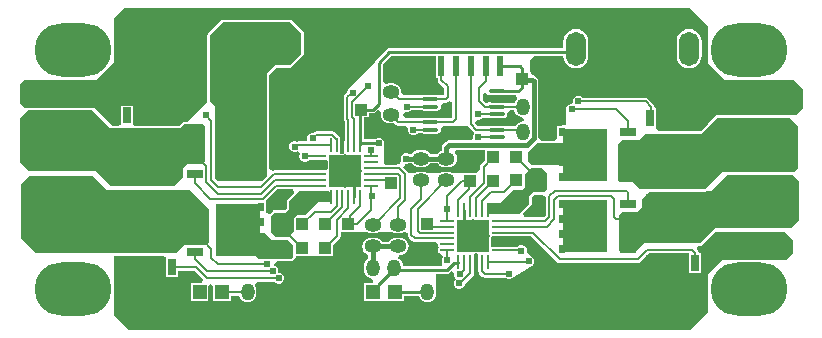
<source format=gtl>
G04*
G04 #@! TF.GenerationSoftware,Altium Limited,Altium Designer,22.7.1 (60)*
G04*
G04 Layer_Physical_Order=1*
G04 Layer_Color=255*
%FSLAX25Y25*%
%MOIN*%
G70*
G04*
G04 #@! TF.SameCoordinates,D5FD8CF7-689A-4CA3-A305-E5C997A2AED7*
G04*
G04*
G04 #@! TF.FilePolarity,Positive*
G04*
G01*
G75*
%ADD10C,0.01000*%
%ADD25R,0.03937X0.11024*%
%ADD26R,0.02362X0.06693*%
%ADD27O,0.00945X0.04724*%
%ADD28O,0.04724X0.00945*%
%ADD29O,0.05906X0.01378*%
%ADD30R,0.05906X0.01378*%
%ADD31O,0.04528X0.05709*%
%ADD32O,0.05709X0.04528*%
%ADD33R,0.04724X0.04724*%
%ADD34R,0.02756X0.03543*%
%ADD35R,0.03937X0.03937*%
%ADD36R,0.03937X0.03937*%
%ADD37R,0.11811X0.04724*%
%ADD63R,0.11024X0.11024*%
%ADD64R,0.02795X0.05402*%
%ADD65R,0.02795X0.02323*%
%ADD66R,0.05402X0.02795*%
%ADD67R,0.02323X0.02795*%
%ADD68C,0.00800*%
%ADD69C,0.02000*%
%ADD70C,0.01500*%
%ADD71R,0.17795X0.15158*%
%ADD72R,0.15158X0.17795*%
%ADD73O,0.11811X0.07874*%
%ADD74O,0.06693X0.11417*%
%ADD75P,0.08523X8X292.5*%
%ADD76O,0.25591X0.17717*%
%ADD77C,0.02400*%
%ADD78C,0.02000*%
G36*
X229400Y101200D02*
Y95209D01*
X229232Y93504D01*
X229400Y91798D01*
Y89200D01*
X235000Y83600D01*
X257800D01*
X260900Y80500D01*
Y73900D01*
X258800Y71800D01*
X232347D01*
X231823Y71277D01*
X231823Y71277D01*
X231823Y71277D01*
X229400Y68853D01*
Y68853D01*
X226962Y66416D01*
X213046D01*
X212351Y67111D01*
X212198Y67399D01*
Y68599D01*
X212198Y72801D01*
X212198Y73740D01*
X212198Y74001D01*
X212003D01*
X211512Y74656D01*
X211430Y75068D01*
X211165Y75465D01*
X209465Y77165D01*
X209068Y77430D01*
X208600Y77523D01*
X187522D01*
X187220Y77826D01*
X186558Y78100D01*
X185842D01*
X185180Y77826D01*
X184674Y77320D01*
X184400Y76658D01*
Y76609D01*
X184374Y75927D01*
X183642Y75500D01*
X182980Y75226D01*
X182474Y74720D01*
X182200Y74058D01*
Y74041D01*
X182200Y74041D01*
Y68313D01*
X180869D01*
X180557Y68251D01*
X180327Y68098D01*
X178978D01*
Y64222D01*
X178978Y64102D01*
X178221Y63216D01*
X173891D01*
X172852Y64081D01*
Y82958D01*
X172732Y83563D01*
X172389Y84076D01*
X171820Y84645D01*
X171308Y84988D01*
X171207Y85008D01*
X170681Y85154D01*
X170138Y86308D01*
X170161Y90192D01*
X171444Y91474D01*
X181129D01*
X181263Y90455D01*
X181681Y89447D01*
X182345Y88581D01*
X183211Y87916D01*
X184220Y87498D01*
X185302Y87356D01*
X186385Y87498D01*
X187394Y87916D01*
X188260Y88581D01*
X188924Y89447D01*
X189342Y90455D01*
X189485Y91538D01*
Y96262D01*
X189342Y97345D01*
X188924Y98353D01*
X188260Y99220D01*
X187394Y99884D01*
X186385Y100302D01*
X185302Y100444D01*
X184220Y100302D01*
X183211Y99884D01*
X182345Y99220D01*
X181681Y98353D01*
X181263Y97345D01*
X181120Y96262D01*
Y94125D01*
X123200D01*
X122693Y94025D01*
X122263Y93737D01*
X118663Y90137D01*
X118375Y89707D01*
X118274Y89200D01*
Y89146D01*
X109868Y80739D01*
X109361Y80232D01*
X109087Y79571D01*
Y79418D01*
X108303Y78634D01*
X108038Y78237D01*
X107945Y77768D01*
Y70555D01*
X108038Y70086D01*
X108261Y69753D01*
Y63164D01*
X108205Y63109D01*
Y59183D01*
X107922Y58900D01*
X107086D01*
X106809Y59177D01*
Y63146D01*
X106771Y63184D01*
Y63690D01*
X106678Y64159D01*
X106613Y64256D01*
X106605Y64293D01*
X106340Y64690D01*
X105941Y65089D01*
X105916Y65126D01*
X105054Y65989D01*
X104657Y66254D01*
X104189Y66347D01*
X98869D01*
X98400Y66254D01*
X98004Y65989D01*
X97776Y65761D01*
X97242D01*
X96580Y65487D01*
X96074Y64981D01*
X95800Y64319D01*
Y63603D01*
X95387Y62985D01*
X92583D01*
X92306Y62930D01*
X92002Y63056D01*
X91286D01*
X90625Y62782D01*
X90118Y62275D01*
X89844Y61614D01*
Y60898D01*
X90118Y60236D01*
X90625Y59730D01*
X91286Y59456D01*
X92002D01*
X92548Y59682D01*
X92812Y59493D01*
X92975Y59349D01*
X93397Y58833D01*
X93200Y58358D01*
Y57642D01*
X93474Y56980D01*
X93980Y56474D01*
X94642Y56200D01*
X95358D01*
X96020Y56474D01*
X96322Y56776D01*
X99817D01*
X99957Y56804D01*
X102304D01*
X102604Y56504D01*
Y53704D01*
X102200Y53300D01*
X100036D01*
X99839Y53339D01*
X99760Y53324D01*
X84675D01*
X84316Y53252D01*
X84128Y53280D01*
X83116Y53922D01*
X83116Y85262D01*
X85438Y87584D01*
X90000D01*
X90312Y87646D01*
X90577Y87823D01*
X90577Y87823D01*
X94377Y91623D01*
X94554Y91888D01*
X94616Y92200D01*
X94616Y92200D01*
Y99100D01*
X94616Y99100D01*
X94554Y99412D01*
X94377Y99677D01*
X94377Y99677D01*
X90777Y103277D01*
X90512Y103454D01*
X90200Y103516D01*
X90200Y103516D01*
X67600D01*
X67600Y103516D01*
X67288Y103454D01*
X67023Y103277D01*
X67023Y103277D01*
X62723Y98977D01*
X62546Y98712D01*
X62484Y98400D01*
X62484Y98400D01*
Y77167D01*
X62484Y76400D01*
X62270Y75970D01*
X55816Y69516D01*
X54863Y69516D01*
X54657Y69475D01*
X54551Y69454D01*
X54551Y69454D01*
X54410Y69359D01*
X54287Y69277D01*
X54287Y69277D01*
X53125Y68116D01*
X38702D01*
X37588Y68324D01*
X37588Y69316D01*
Y74926D01*
X33593D01*
Y69316D01*
X33593Y68324D01*
X32479Y68116D01*
X31184D01*
X25200Y74100D01*
X24179D01*
X24100Y74116D01*
X24100Y74116D01*
X2600D01*
X2521Y74100D01*
X1600D01*
X-100Y75800D01*
Y82100D01*
X1300Y83500D01*
X25500D01*
X31300Y89300D01*
Y92910D01*
X31359Y93504D01*
X31300Y94098D01*
Y103900D01*
X34724Y107324D01*
X223276D01*
X229400Y101200D01*
D02*
G37*
G36*
X138713Y84153D02*
X139270D01*
Y83406D01*
X139364Y82938D01*
X139629Y82541D01*
X141376Y80793D01*
Y78342D01*
X139573D01*
X139117Y78432D01*
X134589D01*
X134133Y78342D01*
X128172D01*
X127179Y79417D01*
X127081Y80164D01*
X126792Y80861D01*
X126333Y81459D01*
X125735Y81918D01*
X125038Y82207D01*
X124291Y82305D01*
X123109D01*
X122362Y82207D01*
X122125Y82109D01*
X121082Y82663D01*
X120925Y82863D01*
Y88651D01*
X123749Y91474D01*
X138713D01*
Y84153D01*
D02*
G37*
G36*
X155707Y78748D02*
X156133Y78463D01*
X156636Y78363D01*
X158843D01*
X158900Y78352D01*
X165404D01*
X165812Y77152D01*
X165616Y77002D01*
X165157Y76403D01*
X164900Y75783D01*
X161620D01*
X161164Y75873D01*
X157139D01*
X156994Y75971D01*
X156526Y76064D01*
X156057Y75971D01*
X155776Y75783D01*
X155448D01*
X154323Y76907D01*
Y78823D01*
X154935Y79018D01*
X155524Y79022D01*
X155707Y78748D01*
D02*
G37*
G36*
X144192Y75965D02*
Y71023D01*
X143834Y70664D01*
X139573D01*
X139117Y70755D01*
X134589D01*
X134133Y70664D01*
X128497D01*
X127621Y71661D01*
X127652Y71998D01*
X128742Y72800D01*
X129458D01*
X130120Y73074D01*
X130381Y73336D01*
X134133D01*
X134589Y73245D01*
X139117D01*
X139620Y73345D01*
X140046Y73630D01*
X140331Y74056D01*
X140431Y74559D01*
X140404Y74695D01*
X140973Y75665D01*
X141218Y75895D01*
X141918D01*
X142386Y75988D01*
X142783Y76253D01*
X142992Y76462D01*
X144192Y75965D01*
D02*
G37*
G36*
X164868Y73030D02*
X165157Y72334D01*
X165616Y71736D01*
X166214Y71276D01*
X166911Y70988D01*
X167658Y70890D01*
X168188Y70268D01*
X167658Y69648D01*
X166911Y69549D01*
X166214Y69261D01*
X165616Y68801D01*
X165157Y68203D01*
X165116Y68105D01*
X161620D01*
X161164Y68196D01*
X156636D01*
X156271Y68124D01*
X152707D01*
X151561Y69269D01*
X152302Y70200D01*
X153018D01*
X153680Y70474D01*
X153982Y70776D01*
X156180D01*
X156636Y70686D01*
X161164D01*
X161667Y70786D01*
X162093Y71071D01*
X162378Y71497D01*
X162478Y72000D01*
X162451Y72136D01*
X163020Y73106D01*
X163265Y73336D01*
X164828D01*
X164868Y73030D01*
D02*
G37*
G36*
X120431Y72860D02*
X120319Y72589D01*
X120221Y71842D01*
X120319Y71094D01*
X120608Y70398D01*
X121067Y69799D01*
X121665Y69340D01*
X122362Y69052D01*
X123109Y68953D01*
X124291D01*
X124814Y69022D01*
X125260Y68576D01*
X125657Y68311D01*
X126126Y68217D01*
X128540D01*
X129400Y67158D01*
Y66442D01*
X129674Y65780D01*
X130180Y65274D01*
X130842Y65000D01*
X131558D01*
X132220Y65274D01*
X132604Y65658D01*
X134133D01*
X134589Y65568D01*
X139117D01*
X139620Y65668D01*
X140046Y65953D01*
X140331Y66379D01*
X140431Y66882D01*
X140404Y67017D01*
X140973Y67988D01*
X141218Y68217D01*
X143283D01*
X143300Y68200D01*
X149270Y68200D01*
X149473Y67897D01*
X151335Y66035D01*
X151311Y65342D01*
X151037Y64681D01*
Y63965D01*
X150628Y63353D01*
X143079D01*
X142474Y63233D01*
X141961Y62890D01*
X141083Y62012D01*
X140740Y61499D01*
X140620Y60894D01*
Y59931D01*
X140165Y59743D01*
X139567Y59284D01*
X139212Y58822D01*
X136688D01*
X136333Y59284D01*
X135735Y59743D01*
X135038Y60032D01*
X134291Y60130D01*
X133109D01*
X132362Y60032D01*
X131665Y59743D01*
X131067Y59284D01*
X130712Y58822D01*
X129588D01*
X129058Y59042D01*
X128342D01*
X127680Y58768D01*
X127174Y58261D01*
X126900Y57600D01*
Y56884D01*
X127110Y56376D01*
X126836Y55811D01*
X126415Y55300D01*
X126407Y55292D01*
X121381D01*
X121326Y55303D01*
Y61763D01*
X121400Y61942D01*
Y62658D01*
X121126Y63320D01*
X120620Y63826D01*
X119958Y64100D01*
X119242D01*
X118580Y63826D01*
X118388Y63633D01*
X114747D01*
Y71031D01*
X116305D01*
Y72275D01*
X117600D01*
X118107Y72375D01*
X118537Y72663D01*
X119414Y73540D01*
X120431Y72860D01*
D02*
G37*
G36*
X182200Y60500D02*
X182400Y60300D01*
Y57100D01*
X180500Y55200D01*
X170500D01*
X169400Y56300D01*
Y59500D01*
X172300Y62400D01*
X179600D01*
X182200Y60500D01*
D02*
G37*
G36*
X155182Y56917D02*
X153735Y55471D01*
X153470Y55074D01*
X153377Y54606D01*
Y53631D01*
X152177Y52436D01*
X144265Y52437D01*
X144235Y52460D01*
X143538Y52748D01*
X142791Y52847D01*
X141609D01*
X140862Y52748D01*
X140165Y52460D01*
X140135Y52437D01*
X135765Y52437D01*
X135735Y52460D01*
X135038Y52748D01*
X134291Y52847D01*
X133109D01*
X132362Y52748D01*
X131665Y52460D01*
X131635Y52437D01*
X129447Y52437D01*
X129399Y52677D01*
X129134Y53074D01*
X127868Y54339D01*
X128208Y55131D01*
X128463Y55442D01*
X129058D01*
X129588Y55661D01*
X130712D01*
X131067Y55199D01*
X131665Y54740D01*
X132362Y54452D01*
X133109Y54353D01*
X134291D01*
X135038Y54452D01*
X135735Y54740D01*
X136333Y55199D01*
X136688Y55661D01*
X139212D01*
X139567Y55199D01*
X140165Y54740D01*
X140862Y54452D01*
X141609Y54353D01*
X142791D01*
X143538Y54452D01*
X144235Y54740D01*
X144833Y55199D01*
X145292Y55797D01*
X145581Y56494D01*
X145679Y57242D01*
X145581Y57989D01*
X145292Y58686D01*
X145057Y58992D01*
X145396Y59961D01*
X145589Y60192D01*
X155182D01*
Y56917D01*
D02*
G37*
G36*
X93800Y99100D02*
Y92200D01*
X90000Y88400D01*
X85100D01*
X82300Y85600D01*
X82300Y51456D01*
X80544Y49700D01*
X65861Y49700D01*
X64900Y50661D01*
Y74800D01*
X63300Y76400D01*
Y98400D01*
X67600Y102700D01*
X90200D01*
X93800Y99100D01*
D02*
G37*
G36*
X30100Y67300D02*
X53463D01*
X54863Y68700D01*
X60900Y68700D01*
X61600Y68000D01*
X61600Y56564D01*
X60636Y55600D01*
X56000D01*
X54400Y54000D01*
Y50900D01*
X51500Y48000D01*
X30200D01*
X25234Y52966D01*
X2934D01*
X100Y55800D01*
Y70800D01*
X2600Y73300D01*
X24100D01*
X30100Y67300D01*
D02*
G37*
G36*
X259500Y68000D02*
Y54100D01*
X258208Y52808D01*
X234208D01*
X228484Y47084D01*
X206516D01*
X204300Y49300D01*
X200200D01*
X199300Y50200D01*
Y62000D01*
X200700Y63400D01*
X206300D01*
X208500Y65600D01*
X227300D01*
X232400Y70700D01*
X256800D01*
X259500Y68000D01*
D02*
G37*
G36*
X259700Y49700D02*
X259700Y36800D01*
X256900Y34000D01*
X231800D01*
X226815Y29015D01*
X208115D01*
X204900Y25800D01*
X200600D01*
X199600Y26800D01*
Y38300D01*
X200800Y39500D01*
X205600D01*
X207300Y41200D01*
Y43800D01*
X209769Y46269D01*
X228484D01*
X228484Y46269D01*
X228642Y46300D01*
X230400D01*
X235743Y51643D01*
X257757D01*
X259700Y49700D01*
D02*
G37*
G36*
X91402Y45755D02*
X89223Y43577D01*
X89046Y43312D01*
X88984Y43000D01*
X88984Y43000D01*
Y40738D01*
X88262Y40016D01*
X84800D01*
X84488Y39954D01*
X84223Y39777D01*
X84223Y39777D01*
X83223Y38777D01*
X82093Y39242D01*
X82092Y39243D01*
Y43098D01*
X82092Y43098D01*
X82092D01*
X82796Y43966D01*
X85786Y46955D01*
X90905D01*
X91402Y45755D01*
D02*
G37*
G36*
X175737Y52500D02*
X175737Y47000D01*
X174737Y46000D01*
X170937D01*
X169737Y44800D01*
Y42200D01*
X166437Y38900D01*
X156437D01*
X155937Y39400D01*
X156052Y42500D01*
X160037D01*
X164250Y46713D01*
X167250D01*
X168237Y47700D01*
Y51872D01*
X170478Y54113D01*
X174124D01*
X175737Y52500D01*
D02*
G37*
G36*
X174891Y44866D02*
X175277Y44068D01*
Y38407D01*
X174615Y37745D01*
X168132D01*
X167635Y38945D01*
X170314Y41623D01*
X170314Y41623D01*
X170491Y41888D01*
X170553Y42200D01*
X170553Y42200D01*
Y44462D01*
X171275Y45184D01*
X174149D01*
X174891Y44866D01*
D02*
G37*
G36*
X124065Y32740D02*
X124762Y32452D01*
X125509Y32353D01*
X126691D01*
X127438Y32452D01*
X128135Y32740D01*
X129277Y32472D01*
Y31800D01*
X129370Y31332D01*
X129635Y30935D01*
X130819Y29751D01*
X131216Y29485D01*
X131684Y29392D01*
X138423D01*
X139455Y28647D01*
X139539Y28229D01*
X139711Y27663D01*
X139539Y27097D01*
X139455Y26679D01*
X139539Y26260D01*
X139776Y25905D01*
X140130Y25668D01*
X140450Y25605D01*
X141047Y24554D01*
X140913Y24420D01*
X140639Y23758D01*
Y23042D01*
X140852Y22525D01*
X140610Y21884D01*
X140270Y21326D01*
X127726D01*
X127632Y22038D01*
X127343Y22735D01*
X126884Y23333D01*
X126286Y23792D01*
X126098Y23870D01*
X126337Y25070D01*
X126691D01*
X127438Y25168D01*
X128135Y25457D01*
X128733Y25916D01*
X129192Y26514D01*
X129481Y27211D01*
X129579Y27958D01*
X129481Y28706D01*
X129192Y29403D01*
X128733Y30001D01*
X128135Y30460D01*
X127438Y30748D01*
X126691Y30847D01*
X125509D01*
X124762Y30748D01*
X124065Y30460D01*
X123467Y30001D01*
X123112Y29539D01*
X120588D01*
X120233Y30001D01*
X119635Y30460D01*
X118938Y30748D01*
X118191Y30847D01*
X117009D01*
X116262Y30748D01*
X115565Y30460D01*
X114967Y30001D01*
X114508Y29403D01*
X114219Y28706D01*
X114121Y27958D01*
X114219Y27211D01*
X114508Y26514D01*
X114967Y25916D01*
X115565Y25457D01*
X116020Y25269D01*
Y23720D01*
X115516Y23333D01*
X115057Y22735D01*
X114768Y22038D01*
X114670Y21291D01*
Y20109D01*
X114768Y19362D01*
X115057Y18665D01*
X115516Y18067D01*
X116114Y17608D01*
X116811Y17319D01*
X117251Y17261D01*
X117750Y16501D01*
X117870Y16052D01*
X117668Y15762D01*
X114596D01*
Y9838D01*
X120142D01*
X126801Y9838D01*
X126862Y9838D01*
X128001Y9838D01*
X128001Y9985D01*
X128001Y9985D01*
Y11474D01*
X133008D01*
X133010Y11462D01*
X133298Y10765D01*
X133757Y10167D01*
X134356Y9708D01*
X135052Y9419D01*
X135800Y9321D01*
X136548Y9419D01*
X137244Y9708D01*
X137842Y10167D01*
X138302Y10765D01*
X138590Y11462D01*
X138677Y12121D01*
X138688Y12132D01*
Y12205D01*
X138688Y12209D01*
Y13390D01*
X138688Y13395D01*
Y18675D01*
X142291D01*
X142798Y18775D01*
X143228Y19063D01*
X143793Y19627D01*
X144774Y19004D01*
X144821Y18958D01*
Y18258D01*
X145095Y17596D01*
X145476Y17216D01*
X145462Y17145D01*
X144956Y16639D01*
X144682Y15977D01*
Y15261D01*
X144956Y14600D01*
X145462Y14093D01*
X146124Y13819D01*
X146840D01*
X147501Y14093D01*
X148008Y14600D01*
X148282Y15261D01*
Y15435D01*
X150981Y18134D01*
X151246Y18531D01*
X151339Y18999D01*
Y21536D01*
X151395Y21591D01*
Y25517D01*
X151678Y25800D01*
X152515D01*
X152791Y25523D01*
Y21554D01*
X152829Y21516D01*
Y19747D01*
X152922Y19279D01*
X153188Y18882D01*
X154135Y17935D01*
X154532Y17670D01*
X155000Y17576D01*
X161678D01*
X161980Y17274D01*
X162642Y17000D01*
X163358D01*
X164020Y17274D01*
X167942Y19803D01*
X170016Y21141D01*
X170675Y21418D01*
X171182Y21925D01*
X171456Y22586D01*
Y23302D01*
X171182Y23964D01*
X170675Y24470D01*
X170569Y24514D01*
Y24580D01*
X168894Y26255D01*
Y26964D01*
X168620Y27625D01*
X168114Y28132D01*
X167452Y28406D01*
X166736D01*
X166075Y28132D01*
X165845Y27902D01*
X159761D01*
X159728Y27896D01*
X157296D01*
X156996Y28196D01*
Y30996D01*
X157400Y31400D01*
X159564D01*
X159761Y31361D01*
X170509D01*
X179035Y22835D01*
X179432Y22570D01*
X179900Y22477D01*
X205948D01*
X206416Y22570D01*
X206813Y22835D01*
X209655Y25677D01*
X223202D01*
Y19139D01*
X227198D01*
Y25740D01*
X226234D01*
Y25872D01*
X226141Y26340D01*
X225875Y26737D01*
X225613Y26999D01*
X226110Y28199D01*
X226815D01*
X226815Y28199D01*
X227127Y28261D01*
X227392Y28438D01*
X227392Y28438D01*
X228291Y29338D01*
D01*
X231653Y32700D01*
X255000D01*
X257600Y30100D01*
Y25800D01*
X255375Y23575D01*
X234275D01*
X229400Y18700D01*
Y15485D01*
X229232Y13780D01*
X229400Y12074D01*
Y6100D01*
X223422Y122D01*
X36378D01*
X31300Y5200D01*
Y13185D01*
X31359Y13780D01*
X31300Y14374D01*
Y24884D01*
X47586D01*
X48602Y24440D01*
Y17839D01*
X52598D01*
Y19776D01*
X58331D01*
X61145Y16962D01*
X60648Y15762D01*
X56929D01*
Y9838D01*
X62853D01*
Y14926D01*
X63631Y15375D01*
X64410Y14926D01*
Y9838D01*
X70334D01*
Y11576D01*
X73153D01*
X73168Y11462D01*
X73457Y10765D01*
X73916Y10167D01*
X74514Y9708D01*
X75211Y9419D01*
X75958Y9321D01*
X76706Y9419D01*
X77403Y9708D01*
X78001Y10167D01*
X78460Y10765D01*
X78748Y11462D01*
X78847Y12209D01*
Y13390D01*
X78748Y14138D01*
X78460Y14835D01*
X78351Y14976D01*
X78930Y16176D01*
X84978D01*
X85280Y15874D01*
X85942Y15600D01*
X86658D01*
X87320Y15874D01*
X87826Y16380D01*
X88100Y17042D01*
Y17758D01*
X87826Y18420D01*
X87320Y18926D01*
X86658Y19200D01*
X86318D01*
X86189Y19393D01*
Y20109D01*
X85914Y20771D01*
X85408Y21277D01*
X84899Y21488D01*
X84773Y21784D01*
X85243Y22696D01*
X85640Y22984D01*
X90400D01*
X90400Y22984D01*
X90712Y23046D01*
X90977Y23223D01*
X91777Y24023D01*
X91954Y24288D01*
X92012Y24582D01*
X92131Y24616D01*
X93208Y24768D01*
X93216Y24768D01*
X103246Y24768D01*
X103246Y24768D01*
X103290Y24876D01*
X104401D01*
Y28283D01*
X106565Y30447D01*
X106830Y30844D01*
X106923Y31312D01*
Y32750D01*
X112033D01*
Y32763D01*
X115536D01*
X115565Y32740D01*
X116262Y32452D01*
X117009Y32353D01*
X118191D01*
X118938Y32452D01*
X119635Y32740D01*
X119664Y32763D01*
X124036D01*
X124065Y32740D01*
D02*
G37*
G36*
X103600Y45800D02*
X103485Y42700D01*
X99500D01*
X95287Y38487D01*
X92287D01*
X91300Y37500D01*
Y32963D01*
X89424Y31087D01*
X85413D01*
X83800Y32700D01*
Y38200D01*
X84800Y39200D01*
X88600D01*
X89800Y40400D01*
Y43000D01*
X93100Y46300D01*
X103100D01*
X103600Y45800D01*
D02*
G37*
G36*
X24100Y51600D02*
X29000Y46700D01*
X56700D01*
X63100Y40300D01*
Y29300D01*
X62400Y28600D01*
X54800D01*
X51900Y25700D01*
X5500D01*
X300Y30900D01*
Y48800D01*
X3100Y51600D01*
X24100Y51600D01*
D02*
G37*
G36*
X84000Y30000D02*
X89300D01*
X91200Y28100D01*
Y24600D01*
X90400Y23800D01*
X79500D01*
X78600Y24700D01*
Y31400D01*
X79700Y32500D01*
X81500D01*
X84000Y30000D01*
D02*
G37*
%LPC*%
G36*
X223097Y100444D02*
X222015Y100302D01*
X221006Y99884D01*
X220140Y99220D01*
X219476Y98353D01*
X219058Y97345D01*
X218915Y96262D01*
Y91538D01*
X219058Y90455D01*
X219476Y89447D01*
X220140Y88581D01*
X221006Y87916D01*
X222015Y87498D01*
X223097Y87356D01*
X224180Y87498D01*
X225189Y87916D01*
X226055Y88581D01*
X226719Y89447D01*
X227137Y90455D01*
X227280Y91538D01*
Y96262D01*
X227137Y97345D01*
X226719Y98353D01*
X226055Y99220D01*
X225189Y99884D01*
X224180Y100302D01*
X223097Y100444D01*
D02*
G37*
%LPD*%
D10*
X119421Y14984D02*
X125137Y20700D01*
X117558Y12800D02*
X119421Y14662D01*
Y14984D01*
X123200Y92800D02*
X184203D01*
X119600Y89200D02*
X123200Y92800D01*
X184203D02*
X185302Y93900D01*
X148147Y34553D02*
Y40261D01*
Y34553D02*
X151100Y31600D01*
X146151Y22473D02*
X146179Y22501D01*
X144764Y22473D02*
X146151D01*
X142291Y20000D02*
X144764Y22473D01*
X146179Y22501D02*
Y22939D01*
X125542Y20000D02*
X142291D01*
X108500Y53100D02*
X111453Y50147D01*
Y44439D02*
Y50147D01*
X119592Y62308D02*
X119600Y62300D01*
X113421Y62308D02*
X119592D01*
X117600Y73600D02*
X119600Y75600D01*
Y89200D01*
X113737Y73600D02*
X117600D01*
X113737Y73400D02*
Y73600D01*
X113421Y62308D02*
Y73084D01*
Y61761D02*
Y62308D01*
Y73084D02*
X113737Y73400D01*
X125039Y12800D02*
X135800D01*
X167317Y83654D02*
X167363Y83700D01*
X166177Y79677D02*
X167317Y80817D01*
X158900Y79677D02*
X166177D01*
X167317Y80817D02*
Y83654D01*
X167500Y83837D02*
Y87200D01*
X160180Y88099D02*
X166601D01*
X167500Y87200D01*
D25*
X128290Y100501D02*
D03*
X167463D02*
D03*
D26*
X135574Y88099D02*
D03*
X140494Y88099D02*
D03*
X160180Y88099D02*
D03*
X155259Y88099D02*
D03*
X150338Y88099D02*
D03*
X145416D02*
D03*
D27*
X150116Y40261D02*
D03*
X156021Y40261D02*
D03*
X156021Y22939D02*
D03*
X154053D02*
D03*
X152084Y22939D02*
D03*
X150116D02*
D03*
X148147Y22939D02*
D03*
X146179D02*
D03*
X146179Y40261D02*
D03*
X148147D02*
D03*
X152084Y40261D02*
D03*
X154053Y40261D02*
D03*
X103579Y44439D02*
D03*
X105547D02*
D03*
X107516Y44439D02*
D03*
X109484D02*
D03*
X111453Y44439D02*
D03*
X113421D02*
D03*
X113421Y61761D02*
D03*
X111453D02*
D03*
X109484Y61761D02*
D03*
X107516D02*
D03*
X105547Y61761D02*
D03*
X103579D02*
D03*
D28*
X159761Y36521D02*
D03*
Y34553D02*
D03*
Y32584D02*
D03*
Y30616D02*
D03*
Y28647D02*
D03*
Y26679D02*
D03*
X142439D02*
D03*
Y28647D02*
D03*
Y30616D02*
D03*
Y32584D02*
D03*
Y34553D02*
D03*
Y36521D02*
D03*
X117161Y48179D02*
D03*
Y50147D02*
D03*
Y52116D02*
D03*
Y54084D02*
D03*
Y56053D02*
D03*
Y58021D02*
D03*
X99839D02*
D03*
Y56053D02*
D03*
Y54084D02*
D03*
Y52116D02*
D03*
Y50147D02*
D03*
Y48179D02*
D03*
D29*
X158900Y64323D02*
D03*
Y66882D02*
D03*
Y69441D02*
D03*
Y72000D02*
D03*
Y74559D02*
D03*
Y77118D02*
D03*
Y79677D02*
D03*
X136853Y64323D02*
D03*
Y72000D02*
D03*
Y66882D02*
D03*
Y69441D02*
D03*
Y74559D02*
D03*
Y77118D02*
D03*
D30*
Y79677D02*
D03*
D31*
X174942Y66168D02*
D03*
X167658D02*
D03*
Y74369D02*
D03*
X174942D02*
D03*
X117558Y20700D02*
D03*
X124842D02*
D03*
X135800Y12800D02*
D03*
X143083D02*
D03*
X75958D02*
D03*
X83242D02*
D03*
D32*
X133700Y57242D02*
D03*
Y49958D02*
D03*
X142200Y57242D02*
D03*
Y49958D02*
D03*
X126100Y27958D02*
D03*
Y35242D02*
D03*
X117600Y27958D02*
D03*
X117600Y35242D02*
D03*
X123700Y64558D02*
D03*
Y71842D02*
D03*
Y86700D02*
D03*
Y79417D02*
D03*
D33*
X117558Y12800D02*
D03*
X125039Y12800D02*
D03*
X59891D02*
D03*
X67372D02*
D03*
D34*
X173300Y59231D02*
D03*
Y48995D02*
D03*
X86500Y25969D02*
D03*
Y36205D02*
D03*
D35*
X157750Y57755D02*
D03*
Y49881D02*
D03*
X165400Y49963D02*
D03*
Y57837D02*
D03*
X150100Y57737D02*
D03*
Y49863D02*
D03*
X135800Y35437D02*
D03*
Y27563D02*
D03*
X101832Y35319D02*
D03*
Y27445D02*
D03*
X94200Y27463D02*
D03*
Y35337D02*
D03*
X109465Y27445D02*
D03*
Y35319D02*
D03*
X123700Y49163D02*
D03*
Y57037D02*
D03*
D36*
X173274Y42600D02*
D03*
X165400D02*
D03*
X175237Y83700D02*
D03*
X167363D02*
D03*
X113737Y73600D02*
D03*
X105863D02*
D03*
X86263Y42600D02*
D03*
X94137Y42600D02*
D03*
D37*
X70600Y94200D02*
D03*
X50600D02*
D03*
D63*
X151100Y31600D02*
D03*
X108500Y53100D02*
D03*
D64*
X210200Y22439D02*
D03*
X215200D02*
D03*
X220200D02*
D03*
X225200D02*
D03*
X225200Y70700D02*
D03*
X220200D02*
D03*
X215200D02*
D03*
X210200D02*
D03*
X35600Y21139D02*
D03*
X40600Y21139D02*
D03*
X45600D02*
D03*
X50600Y21139D02*
D03*
X35590Y71625D02*
D03*
X40590D02*
D03*
X45590Y71625D02*
D03*
X50590D02*
D03*
D65*
X225200Y44300D02*
D03*
X220200D02*
D03*
X215200D02*
D03*
X210200D02*
D03*
X210200Y48839D02*
D03*
X215200D02*
D03*
X220200D02*
D03*
X225200D02*
D03*
X50600Y43000D02*
D03*
X45600D02*
D03*
X40600D02*
D03*
X35600D02*
D03*
X50590Y49764D02*
D03*
X45590D02*
D03*
X40590Y49764D02*
D03*
X35590D02*
D03*
D66*
X202600Y27200D02*
D03*
Y32200D02*
D03*
Y37200D02*
D03*
Y42200D02*
D03*
Y51100D02*
D03*
Y56100D02*
D03*
Y61100D02*
D03*
Y66100D02*
D03*
X58470Y41100D02*
D03*
Y36100D02*
D03*
X58470Y31100D02*
D03*
Y26100D02*
D03*
X58360Y67025D02*
D03*
X58360Y62025D02*
D03*
Y57025D02*
D03*
X58360Y52025D02*
D03*
D67*
X180739Y42200D02*
D03*
Y37200D02*
D03*
Y32200D02*
D03*
Y27200D02*
D03*
Y66100D02*
D03*
Y61100D02*
D03*
Y56100D02*
D03*
Y51100D02*
D03*
X80330Y26100D02*
D03*
Y31100D02*
D03*
X80330Y36100D02*
D03*
Y41100D02*
D03*
X80221Y52025D02*
D03*
Y57025D02*
D03*
Y62025D02*
D03*
Y67025D02*
D03*
D68*
X62437Y17400D02*
X86300D01*
X58837Y21000D02*
X62437Y17400D01*
X62349Y19751D02*
X84389D01*
X58470Y23630D02*
X62349Y19751D01*
X66059Y21992D02*
X82394D01*
X63843Y24208D02*
X66059Y21992D01*
X184000Y73700D02*
X198800D01*
X202600Y69900D01*
Y66100D02*
Y69900D01*
X121317Y54068D02*
X126409D01*
X128269Y52208D01*
Y43321D02*
Y52208D01*
X126669Y44031D02*
Y51546D01*
X126083Y52131D02*
X126669Y51546D01*
X121317Y52131D02*
X126083D01*
X98869Y65124D02*
X104189D01*
X97706Y63961D02*
X98869Y65124D01*
X97600Y63961D02*
X97706D01*
X91644Y61256D02*
X92077D01*
X92583Y61761D01*
X103579D01*
X131200Y66800D02*
X131282Y66882D01*
X136853D01*
X129100Y74600D02*
X129141Y74559D01*
X136853D01*
X146736Y15619D02*
X150116Y18999D01*
X146482Y15619D02*
X146736D01*
X150116Y18999D02*
Y22939D01*
X146621Y18616D02*
X148147Y20142D01*
Y22939D01*
X126100Y35242D02*
Y41152D01*
X128269Y43321D01*
X117879Y35242D02*
X126669Y44031D01*
X61900Y71700D02*
X63661Y69939D01*
Y50039D02*
Y69939D01*
X117200Y58060D02*
Y60000D01*
X117161Y58021D02*
X117200Y58060D01*
X109169Y77768D02*
X110613Y79213D01*
X110887D01*
X109169Y70555D02*
Y77768D01*
Y70555D02*
X109484Y70239D01*
X110768Y75983D02*
X116200Y81414D01*
Y81600D01*
X110768Y71217D02*
Y75983D01*
X109484Y61761D02*
Y70239D01*
X111453Y61761D02*
Y70533D01*
X110768Y71217D02*
X111453Y70533D01*
X123700Y71842D02*
X123725D01*
X126126Y69441D01*
X136853D01*
X152837Y64323D02*
X158900D01*
X152660Y72000D02*
X158900D01*
X67372Y12800D02*
X75990D01*
X142439Y40360D02*
Y44662D01*
Y36521D02*
Y40360D01*
Y23400D02*
Y26679D01*
X146179Y43279D02*
X149861Y46961D01*
Y49624D01*
X146179Y40261D02*
Y43279D01*
X142439Y44662D02*
X147400Y49624D01*
X149861D01*
X117161Y40061D02*
Y48179D01*
X109465Y35319D02*
X110119Y35973D01*
X112419Y35319D02*
X117161Y40061D01*
X109465Y35319D02*
X112419D01*
X59663Y57025D02*
X62061Y54627D01*
Y49339D02*
X65900Y45500D01*
X62061Y49339D02*
Y54627D01*
X58360Y57025D02*
X59663D01*
X58900Y31100D02*
X59898Y30102D01*
X60898D02*
X63843Y27157D01*
Y24208D02*
Y27157D01*
X59898Y30102D02*
X60898D01*
X63400Y43900D02*
X81000D01*
X58360Y48940D02*
Y52025D01*
Y48940D02*
X63400Y43900D01*
X65900Y45500D02*
X80337D01*
X63661Y50039D02*
X66000Y47700D01*
X80274D01*
X105475Y63763D02*
X105547Y63690D01*
Y61761D02*
Y63690D01*
X105475Y63763D02*
Y63825D01*
X105051Y64249D02*
X105475Y63825D01*
X104189Y65124D02*
X105051Y64261D01*
Y64249D02*
Y64261D01*
X84675Y52100D02*
X99823D01*
X80274Y47700D02*
X84675Y52100D01*
X85279Y48179D02*
X99839D01*
X81000Y43900D02*
X85279Y48179D01*
X84984Y50147D02*
X99839D01*
X80337Y45500D02*
X84984Y50147D01*
X159761Y32584D02*
X171016D01*
X179900Y23700D01*
X205948D02*
X209148Y26900D01*
X179900Y23700D02*
X205948D01*
X50739Y21000D02*
X58837D01*
X58470Y23630D02*
Y26100D01*
X99823Y52100D02*
X99839Y52116D01*
X223982Y26900D02*
X225010Y25872D01*
Y22629D02*
Y25872D01*
Y22629D02*
X225200Y22439D01*
X209148Y26900D02*
X223982D01*
X138320Y32605D02*
X142417D01*
X133417Y32469D02*
X138183D01*
X138320Y32605D01*
X132650Y33235D02*
Y40409D01*
Y33235D02*
X133417Y32469D01*
X131684Y30616D02*
X142439D01*
X117161Y52116D02*
X121301D01*
X121317Y52131D01*
X117161Y54084D02*
X121301D01*
X121317Y54068D01*
X122753Y50147D02*
X123700Y49200D01*
X117161Y50147D02*
X122753D01*
X136853Y69441D02*
X144341D01*
X126228Y77118D02*
X136853D01*
X123930Y79417D02*
X126228Y77118D01*
X123700Y79417D02*
X123930D01*
X150338Y68762D02*
Y88099D01*
X145416Y70516D02*
Y88099D01*
X153100Y80900D02*
X155259Y83059D01*
Y88099D01*
X140494Y83406D02*
Y88099D01*
Y83406D02*
X142600Y81300D01*
X153100Y76400D02*
Y80900D01*
X144341Y69441D02*
X145416Y70516D01*
X136853Y77118D02*
X141918D01*
X142600Y77800D01*
Y81300D01*
X117600Y35242D02*
X117879D01*
X155000Y18800D02*
X163000D01*
X154053Y19747D02*
X155000Y18800D01*
X169650Y22939D02*
X169656Y22944D01*
X156021Y22939D02*
X169650D01*
X159761Y26679D02*
X167021D01*
X167094Y26606D01*
X154053Y19747D02*
Y22939D01*
X210200Y70700D02*
X210300Y70800D01*
Y74600D01*
X186200Y76300D02*
X208600D01*
X210300Y74600D01*
X166945Y66882D02*
X167658Y66168D01*
X158900Y66882D02*
X166945D01*
X167468Y74559D02*
X167658Y74369D01*
X158900Y74559D02*
X167468D01*
X156793D02*
X158900D01*
X154941D02*
X156793D01*
X153100Y76400D02*
X154941Y74559D01*
X156526Y74826D02*
Y74840D01*
Y74826D02*
X156793Y74559D01*
X158882Y66900D02*
X158900Y66882D01*
X152200Y66900D02*
X158882D01*
X150338Y68762D02*
X152200Y66900D01*
X172322Y49973D02*
X173300Y48995D01*
X165400Y57837D02*
X172322Y50915D01*
Y49973D02*
Y50915D01*
X159761Y36521D02*
X175121D01*
X176500Y37900D02*
Y44700D01*
X175121Y36521D02*
X176500Y37900D01*
X178100Y37000D02*
Y43534D01*
X159761Y34553D02*
X175653D01*
X178100Y37000D01*
X150116Y40261D02*
Y44528D01*
X154600Y49012D01*
Y54606D01*
X157750Y57755D01*
X202600Y42200D02*
Y46031D01*
X176500Y44700D02*
X178300Y46500D01*
X202131D02*
X202600Y46031D01*
X178300Y46500D02*
X202131D01*
X178100Y43534D02*
X179466Y44900D01*
X196900D01*
X198100Y37800D02*
X198700Y37200D01*
X202600D01*
X196900Y44900D02*
X198100Y43700D01*
Y37800D02*
Y43700D01*
X202600Y37200D02*
X202600Y37200D01*
X130500Y31800D02*
X131684Y30616D01*
X130500Y31800D02*
Y40600D01*
X133700Y43800D01*
Y49958D01*
X132650Y40409D02*
X142200Y49958D01*
X142417Y32605D02*
X142439Y32584D01*
X135800Y35574D02*
X136821Y34553D01*
X142439D01*
X152084Y44215D02*
X157750Y49881D01*
X152084Y40261D02*
Y44215D01*
X154053Y40261D02*
Y43053D01*
X157100Y46100D01*
X161537D02*
X165400Y49963D01*
X157100Y46100D02*
X161537D01*
X50600Y21139D02*
X50739Y21000D01*
X95000Y58000D02*
X99817D01*
X99839Y58021D01*
X86500Y36205D02*
X87478Y35227D01*
Y34185D02*
X94200Y27463D01*
X87478Y34185D02*
Y35227D01*
X88609Y37072D02*
X94137Y42600D01*
X86500Y36205D02*
X87368Y37072D01*
X88609D01*
X95976Y44439D02*
X103579D01*
X94137Y42600D02*
X95976Y44439D01*
X103579Y43967D02*
Y44439D01*
X93574Y43837D02*
X93637Y43900D01*
X117161Y48179D02*
X117200Y48140D01*
X110119Y38019D02*
X113421Y41321D01*
Y44439D01*
X110119Y35973D02*
Y38019D01*
X105700Y36905D02*
X109484Y40690D01*
X107516Y41002D02*
Y44439D01*
X105700Y31312D02*
Y36905D01*
X101832Y35319D02*
X107516Y41002D01*
X109484Y40690D02*
Y44439D01*
X94200Y35337D02*
X98263Y39400D01*
X103600D02*
X105547Y41347D01*
X98263Y39400D02*
X103600D01*
X105547Y41347D02*
Y44439D01*
X101832Y27445D02*
X105700Y31312D01*
D69*
X174775Y61100D02*
X180739D01*
X173300Y59625D02*
X174775Y61100D01*
X173300Y59231D02*
Y59625D01*
X86369Y26100D02*
X86500Y25969D01*
D70*
X117600Y20000D02*
Y27958D01*
X125805D02*
X126100Y27663D01*
X117600Y27958D02*
X125805D01*
X128700Y57242D02*
X133700D01*
X142200D01*
X167500Y83837D02*
X167809Y83528D01*
X167363Y83700D02*
X168452Y82611D01*
X170703Y83528D02*
X171272Y82958D01*
X167809Y83528D02*
X170703D01*
X171272Y64081D02*
Y82958D01*
X143079Y61773D02*
X168964D01*
X171272Y64081D01*
X142200Y60894D02*
X143079Y61773D01*
X142200Y57242D02*
Y60894D01*
D71*
X217693Y36594D02*
D03*
X217687Y56548D02*
D03*
X43100Y35292D02*
D03*
X43099Y57472D02*
D03*
D72*
X188448Y34701D02*
D03*
X188447Y58600D02*
D03*
X72622Y33603D02*
D03*
X72512Y59525D02*
D03*
D73*
X240905Y47399D02*
D03*
Y57399D02*
D03*
X19685Y47400D02*
D03*
Y57400D02*
D03*
D74*
X185302Y93900D02*
D03*
X204200D02*
D03*
X223097D02*
D03*
D75*
X108100Y95600D02*
D03*
X88415D02*
D03*
D76*
X17717Y93504D02*
D03*
X242874D02*
D03*
Y13780D02*
D03*
X17717D02*
D03*
D77*
X4300Y78900D02*
D03*
X14300D02*
D03*
X242200Y28700D02*
D03*
X252200D02*
D03*
X185000Y50900D02*
D03*
X189500D02*
D03*
X194000D02*
D03*
X86300Y17400D02*
D03*
X84389Y19751D02*
D03*
X82394Y21992D02*
D03*
X126500Y61100D02*
D03*
X117200Y67600D02*
D03*
X137887Y60587D02*
D03*
X145950Y53600D02*
D03*
X130800Y23300D02*
D03*
X169800Y39200D02*
D03*
X131500Y72000D02*
D03*
X141100Y71900D02*
D03*
X163300Y77100D02*
D03*
Y70100D02*
D03*
X89700Y45700D02*
D03*
X97600Y63961D02*
D03*
X91644Y61256D02*
D03*
X129100Y74600D02*
D03*
X131200Y66800D02*
D03*
X146482Y15619D02*
D03*
X146621Y18616D02*
D03*
X61900Y71700D02*
D03*
X125137Y20700D02*
D03*
X119600Y62300D02*
D03*
X117200Y60000D02*
D03*
X110887Y79213D02*
D03*
X116200Y81600D02*
D03*
X152837Y64323D02*
D03*
X152660Y72000D02*
D03*
X59891Y12800D02*
D03*
X142439Y23400D02*
D03*
Y40360D02*
D03*
X117260Y44783D02*
D03*
X35590Y71625D02*
D03*
X126100Y27663D02*
D03*
X128700Y57242D02*
D03*
X163000Y18800D02*
D03*
X169656Y22944D02*
D03*
X167094Y26606D02*
D03*
X186200Y76300D02*
D03*
X184000Y73700D02*
D03*
X202800Y60900D02*
D03*
X95000Y58000D02*
D03*
X94500Y23400D02*
D03*
X194500Y93400D02*
D03*
X214500Y83400D02*
D03*
X224500D02*
D03*
X44500Y3400D02*
D03*
X224500D02*
D03*
X214500Y93400D02*
D03*
X84500Y73400D02*
D03*
X244500D02*
D03*
X204500Y13400D02*
D03*
X104500Y23400D02*
D03*
X204500Y3400D02*
D03*
X44500Y13400D02*
D03*
X234500Y73400D02*
D03*
X84500Y83400D02*
D03*
X114500Y93400D02*
D03*
X184500Y83400D02*
D03*
X44500D02*
D03*
X34500Y13400D02*
D03*
X54500Y83400D02*
D03*
X204500D02*
D03*
X34500D02*
D03*
X94500D02*
D03*
X194500D02*
D03*
X214500Y3400D02*
D03*
X104500Y83400D02*
D03*
X224500Y13400D02*
D03*
X254500Y73400D02*
D03*
X94500D02*
D03*
X34500Y93400D02*
D03*
X214500Y13400D02*
D03*
X74500Y58400D02*
D03*
X69500Y53400D02*
D03*
Y28400D02*
D03*
Y63400D02*
D03*
Y68400D02*
D03*
X74500D02*
D03*
X69500Y38400D02*
D03*
X74500Y28400D02*
D03*
X69500Y58400D02*
D03*
X74500Y33400D02*
D03*
Y63400D02*
D03*
Y53400D02*
D03*
X69500Y33400D02*
D03*
X74500Y38400D02*
D03*
X131000Y85400D02*
D03*
X132500Y88400D02*
D03*
X129500D02*
D03*
X189500Y28400D02*
D03*
Y37400D02*
D03*
X185000D02*
D03*
Y28400D02*
D03*
X189500Y41900D02*
D03*
X194000Y32900D02*
D03*
X189500D02*
D03*
X185000D02*
D03*
X194000Y41900D02*
D03*
Y37400D02*
D03*
X185000Y41900D02*
D03*
X194000Y28400D02*
D03*
X185000Y55400D02*
D03*
X189500Y59900D02*
D03*
X185000D02*
D03*
X194000Y64400D02*
D03*
Y55400D02*
D03*
X185000Y64400D02*
D03*
X194000Y59900D02*
D03*
X189500Y55400D02*
D03*
Y64400D02*
D03*
D78*
X151100Y31600D02*
D03*
X155628D02*
D03*
X151100Y27072D02*
D03*
X146572Y31600D02*
D03*
X151100Y36128D02*
D03*
X108500Y48572D02*
D03*
X113028Y53100D02*
D03*
X108500Y57628D02*
D03*
X103972Y53100D02*
D03*
X108500D02*
D03*
M02*

</source>
